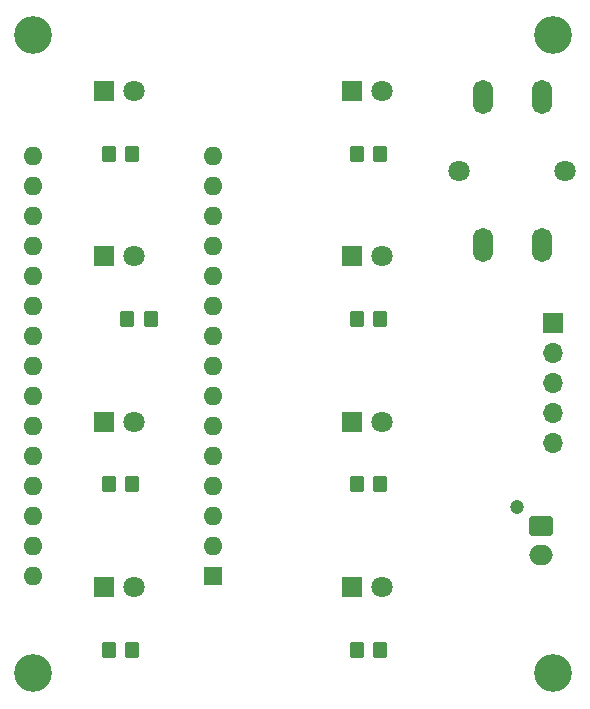
<source format=gbs>
G04 #@! TF.GenerationSoftware,KiCad,Pcbnew,8.0.5*
G04 #@! TF.CreationDate,2025-02-12T16:10:39+08:00*
G04 #@! TF.ProjectId,arduino_solar_bikelight_1,61726475-696e-46f5-9f73-6f6c61725f62,rev?*
G04 #@! TF.SameCoordinates,Original*
G04 #@! TF.FileFunction,Soldermask,Bot*
G04 #@! TF.FilePolarity,Negative*
%FSLAX46Y46*%
G04 Gerber Fmt 4.6, Leading zero omitted, Abs format (unit mm)*
G04 Created by KiCad (PCBNEW 8.0.5) date 2025-02-12 16:10:39*
%MOMM*%
%LPD*%
G01*
G04 APERTURE LIST*
G04 Aperture macros list*
%AMRoundRect*
0 Rectangle with rounded corners*
0 $1 Rounding radius*
0 $2 $3 $4 $5 $6 $7 $8 $9 X,Y pos of 4 corners*
0 Add a 4 corners polygon primitive as box body*
4,1,4,$2,$3,$4,$5,$6,$7,$8,$9,$2,$3,0*
0 Add four circle primitives for the rounded corners*
1,1,$1+$1,$2,$3*
1,1,$1+$1,$4,$5*
1,1,$1+$1,$6,$7*
1,1,$1+$1,$8,$9*
0 Add four rect primitives between the rounded corners*
20,1,$1+$1,$2,$3,$4,$5,0*
20,1,$1+$1,$4,$5,$6,$7,0*
20,1,$1+$1,$6,$7,$8,$9,0*
20,1,$1+$1,$8,$9,$2,$3,0*%
G04 Aperture macros list end*
%ADD10C,3.200000*%
%ADD11R,1.600000X1.600000*%
%ADD12O,1.600000X1.600000*%
%ADD13C,1.200000*%
%ADD14RoundRect,0.250000X-0.750000X0.600000X-0.750000X-0.600000X0.750000X-0.600000X0.750000X0.600000X0*%
%ADD15O,2.000000X1.700000*%
%ADD16C,1.800000*%
%ADD17O,1.700000X2.900000*%
%ADD18R,1.700000X1.700000*%
%ADD19O,1.700000X1.700000*%
%ADD20R,1.800000X1.800000*%
%ADD21RoundRect,0.250000X-0.350000X-0.450000X0.350000X-0.450000X0.350000X0.450000X-0.350000X0.450000X0*%
G04 APERTURE END LIST*
D10*
X188445000Y-115395000D03*
D11*
X159720000Y-107155000D03*
D12*
X159720000Y-104615000D03*
X159720000Y-102075000D03*
X159720000Y-99535000D03*
X159720000Y-96995000D03*
X159720000Y-94455000D03*
X159720000Y-91915000D03*
X159720000Y-89375000D03*
X159720000Y-86835000D03*
X159720000Y-84295000D03*
X159720000Y-81755000D03*
X159720000Y-79215000D03*
X159720000Y-76675000D03*
X159720000Y-74135000D03*
X159720000Y-71595000D03*
X144480000Y-71595000D03*
X144480000Y-74135000D03*
X144480000Y-76675000D03*
X144480000Y-79215000D03*
X144480000Y-81755000D03*
X144480000Y-84295000D03*
X144480000Y-86835000D03*
X144480000Y-89375000D03*
X144480000Y-91915000D03*
X144480000Y-94455000D03*
X144480000Y-96995000D03*
X144480000Y-99535000D03*
X144480000Y-102075000D03*
X144480000Y-104615000D03*
X144480000Y-107155000D03*
D10*
X144445000Y-61395000D03*
X188445000Y-61395000D03*
D13*
X185445000Y-101295000D03*
D14*
X187445000Y-102895000D03*
D15*
X187445000Y-105395000D03*
D16*
X180520000Y-72895000D03*
X189520000Y-72895000D03*
D17*
X182520000Y-79145000D03*
X182520000Y-66645000D03*
X187520000Y-79145000D03*
X187520000Y-66645000D03*
D18*
X188445000Y-85735000D03*
D19*
X188445000Y-88275000D03*
X188445000Y-90815000D03*
X188445000Y-93355000D03*
X188445000Y-95895000D03*
D10*
X144445000Y-115395000D03*
D20*
X150445000Y-94095000D03*
D16*
X152985000Y-94095000D03*
D20*
X171445000Y-94095000D03*
D16*
X173985000Y-94095000D03*
D21*
X152445000Y-85395000D03*
X154445000Y-85395000D03*
D20*
X171445000Y-108095000D03*
D16*
X173985000Y-108095000D03*
D20*
X150445000Y-80095000D03*
D16*
X152985000Y-80095000D03*
D20*
X150445000Y-108095000D03*
D16*
X152985000Y-108095000D03*
D21*
X171870000Y-71395000D03*
X173870000Y-71395000D03*
D20*
X171445000Y-66095000D03*
D16*
X173985000Y-66095000D03*
D21*
X171870000Y-113395000D03*
X173870000Y-113395000D03*
X150870000Y-71395000D03*
X152870000Y-71395000D03*
D20*
X171445000Y-80095000D03*
D16*
X173985000Y-80095000D03*
D21*
X150870000Y-113395000D03*
X152870000Y-113395000D03*
X150870000Y-99395000D03*
X152870000Y-99395000D03*
X171870000Y-99395000D03*
X173870000Y-99395000D03*
D20*
X150445000Y-66095000D03*
D16*
X152985000Y-66095000D03*
D21*
X171870000Y-85395000D03*
X173870000Y-85395000D03*
M02*

</source>
